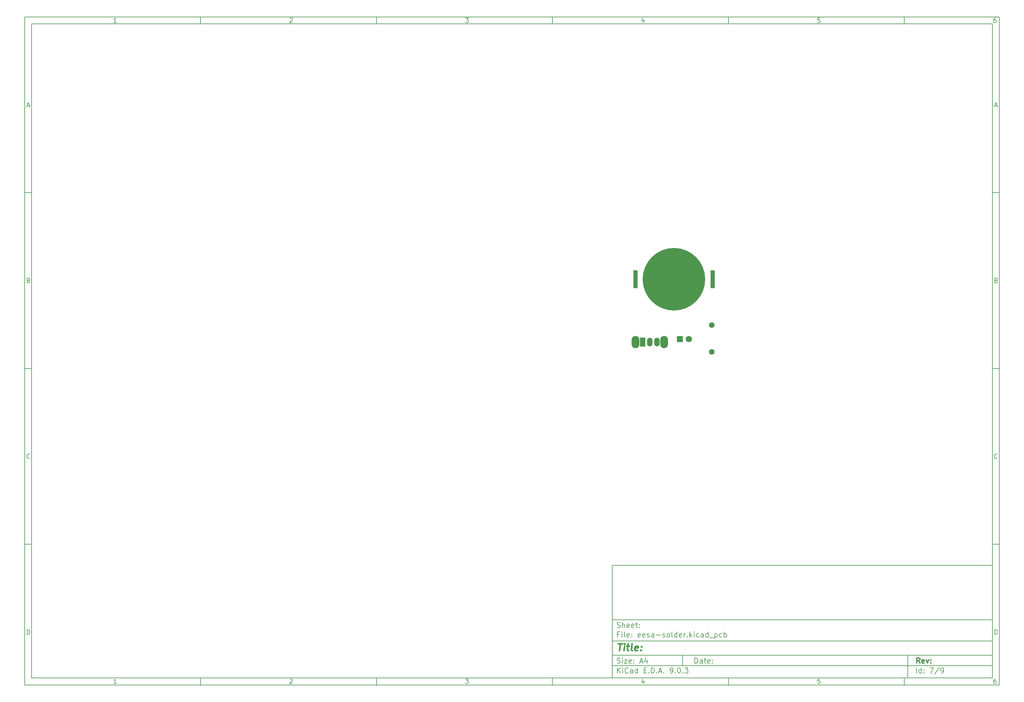
<source format=gbr>
%TF.GenerationSoftware,KiCad,Pcbnew,9.0.3*%
%TF.CreationDate,2025-07-28T16:08:30-05:00*%
%TF.ProjectId,eesa-solder,65657361-2d73-46f6-9c64-65722e6b6963,rev?*%
%TF.SameCoordinates,Original*%
%TF.FileFunction,Soldermask,Top*%
%TF.FilePolarity,Negative*%
%FSLAX46Y46*%
G04 Gerber Fmt 4.6, Leading zero omitted, Abs format (unit mm)*
G04 Created by KiCad (PCBNEW 9.0.3) date 2025-07-28 16:08:30*
%MOMM*%
%LPD*%
G01*
G04 APERTURE LIST*
%ADD10C,0.100000*%
%ADD11C,0.150000*%
%ADD12C,0.300000*%
%ADD13C,0.400000*%
%ADD14C,1.600000*%
%ADD15R,1.800000X1.800000*%
%ADD16C,1.800000*%
%ADD17O,2.200000X3.500000*%
%ADD18R,1.500000X2.500000*%
%ADD19O,1.500000X2.500000*%
%ADD20R,1.270000X5.080000*%
%ADD21C,17.800000*%
G04 APERTURE END LIST*
D10*
D11*
X177002200Y-166007200D02*
X285002200Y-166007200D01*
X285002200Y-198007200D01*
X177002200Y-198007200D01*
X177002200Y-166007200D01*
D10*
D11*
X10000000Y-10000000D02*
X287002200Y-10000000D01*
X287002200Y-200007200D01*
X10000000Y-200007200D01*
X10000000Y-10000000D01*
D10*
D11*
X12000000Y-12000000D02*
X285002200Y-12000000D01*
X285002200Y-198007200D01*
X12000000Y-198007200D01*
X12000000Y-12000000D01*
D10*
D11*
X60000000Y-12000000D02*
X60000000Y-10000000D01*
D10*
D11*
X110000000Y-12000000D02*
X110000000Y-10000000D01*
D10*
D11*
X160000000Y-12000000D02*
X160000000Y-10000000D01*
D10*
D11*
X210000000Y-12000000D02*
X210000000Y-10000000D01*
D10*
D11*
X260000000Y-12000000D02*
X260000000Y-10000000D01*
D10*
D11*
X36089160Y-11593604D02*
X35346303Y-11593604D01*
X35717731Y-11593604D02*
X35717731Y-10293604D01*
X35717731Y-10293604D02*
X35593922Y-10479319D01*
X35593922Y-10479319D02*
X35470112Y-10603128D01*
X35470112Y-10603128D02*
X35346303Y-10665033D01*
D10*
D11*
X85346303Y-10417414D02*
X85408207Y-10355509D01*
X85408207Y-10355509D02*
X85532017Y-10293604D01*
X85532017Y-10293604D02*
X85841541Y-10293604D01*
X85841541Y-10293604D02*
X85965350Y-10355509D01*
X85965350Y-10355509D02*
X86027255Y-10417414D01*
X86027255Y-10417414D02*
X86089160Y-10541223D01*
X86089160Y-10541223D02*
X86089160Y-10665033D01*
X86089160Y-10665033D02*
X86027255Y-10850747D01*
X86027255Y-10850747D02*
X85284398Y-11593604D01*
X85284398Y-11593604D02*
X86089160Y-11593604D01*
D10*
D11*
X135284398Y-10293604D02*
X136089160Y-10293604D01*
X136089160Y-10293604D02*
X135655826Y-10788842D01*
X135655826Y-10788842D02*
X135841541Y-10788842D01*
X135841541Y-10788842D02*
X135965350Y-10850747D01*
X135965350Y-10850747D02*
X136027255Y-10912652D01*
X136027255Y-10912652D02*
X136089160Y-11036461D01*
X136089160Y-11036461D02*
X136089160Y-11345985D01*
X136089160Y-11345985D02*
X136027255Y-11469795D01*
X136027255Y-11469795D02*
X135965350Y-11531700D01*
X135965350Y-11531700D02*
X135841541Y-11593604D01*
X135841541Y-11593604D02*
X135470112Y-11593604D01*
X135470112Y-11593604D02*
X135346303Y-11531700D01*
X135346303Y-11531700D02*
X135284398Y-11469795D01*
D10*
D11*
X185965350Y-10726938D02*
X185965350Y-11593604D01*
X185655826Y-10231700D02*
X185346303Y-11160271D01*
X185346303Y-11160271D02*
X186151064Y-11160271D01*
D10*
D11*
X236027255Y-10293604D02*
X235408207Y-10293604D01*
X235408207Y-10293604D02*
X235346303Y-10912652D01*
X235346303Y-10912652D02*
X235408207Y-10850747D01*
X235408207Y-10850747D02*
X235532017Y-10788842D01*
X235532017Y-10788842D02*
X235841541Y-10788842D01*
X235841541Y-10788842D02*
X235965350Y-10850747D01*
X235965350Y-10850747D02*
X236027255Y-10912652D01*
X236027255Y-10912652D02*
X236089160Y-11036461D01*
X236089160Y-11036461D02*
X236089160Y-11345985D01*
X236089160Y-11345985D02*
X236027255Y-11469795D01*
X236027255Y-11469795D02*
X235965350Y-11531700D01*
X235965350Y-11531700D02*
X235841541Y-11593604D01*
X235841541Y-11593604D02*
X235532017Y-11593604D01*
X235532017Y-11593604D02*
X235408207Y-11531700D01*
X235408207Y-11531700D02*
X235346303Y-11469795D01*
D10*
D11*
X285965350Y-10293604D02*
X285717731Y-10293604D01*
X285717731Y-10293604D02*
X285593922Y-10355509D01*
X285593922Y-10355509D02*
X285532017Y-10417414D01*
X285532017Y-10417414D02*
X285408207Y-10603128D01*
X285408207Y-10603128D02*
X285346303Y-10850747D01*
X285346303Y-10850747D02*
X285346303Y-11345985D01*
X285346303Y-11345985D02*
X285408207Y-11469795D01*
X285408207Y-11469795D02*
X285470112Y-11531700D01*
X285470112Y-11531700D02*
X285593922Y-11593604D01*
X285593922Y-11593604D02*
X285841541Y-11593604D01*
X285841541Y-11593604D02*
X285965350Y-11531700D01*
X285965350Y-11531700D02*
X286027255Y-11469795D01*
X286027255Y-11469795D02*
X286089160Y-11345985D01*
X286089160Y-11345985D02*
X286089160Y-11036461D01*
X286089160Y-11036461D02*
X286027255Y-10912652D01*
X286027255Y-10912652D02*
X285965350Y-10850747D01*
X285965350Y-10850747D02*
X285841541Y-10788842D01*
X285841541Y-10788842D02*
X285593922Y-10788842D01*
X285593922Y-10788842D02*
X285470112Y-10850747D01*
X285470112Y-10850747D02*
X285408207Y-10912652D01*
X285408207Y-10912652D02*
X285346303Y-11036461D01*
D10*
D11*
X60000000Y-198007200D02*
X60000000Y-200007200D01*
D10*
D11*
X110000000Y-198007200D02*
X110000000Y-200007200D01*
D10*
D11*
X160000000Y-198007200D02*
X160000000Y-200007200D01*
D10*
D11*
X210000000Y-198007200D02*
X210000000Y-200007200D01*
D10*
D11*
X260000000Y-198007200D02*
X260000000Y-200007200D01*
D10*
D11*
X36089160Y-199600804D02*
X35346303Y-199600804D01*
X35717731Y-199600804D02*
X35717731Y-198300804D01*
X35717731Y-198300804D02*
X35593922Y-198486519D01*
X35593922Y-198486519D02*
X35470112Y-198610328D01*
X35470112Y-198610328D02*
X35346303Y-198672233D01*
D10*
D11*
X85346303Y-198424614D02*
X85408207Y-198362709D01*
X85408207Y-198362709D02*
X85532017Y-198300804D01*
X85532017Y-198300804D02*
X85841541Y-198300804D01*
X85841541Y-198300804D02*
X85965350Y-198362709D01*
X85965350Y-198362709D02*
X86027255Y-198424614D01*
X86027255Y-198424614D02*
X86089160Y-198548423D01*
X86089160Y-198548423D02*
X86089160Y-198672233D01*
X86089160Y-198672233D02*
X86027255Y-198857947D01*
X86027255Y-198857947D02*
X85284398Y-199600804D01*
X85284398Y-199600804D02*
X86089160Y-199600804D01*
D10*
D11*
X135284398Y-198300804D02*
X136089160Y-198300804D01*
X136089160Y-198300804D02*
X135655826Y-198796042D01*
X135655826Y-198796042D02*
X135841541Y-198796042D01*
X135841541Y-198796042D02*
X135965350Y-198857947D01*
X135965350Y-198857947D02*
X136027255Y-198919852D01*
X136027255Y-198919852D02*
X136089160Y-199043661D01*
X136089160Y-199043661D02*
X136089160Y-199353185D01*
X136089160Y-199353185D02*
X136027255Y-199476995D01*
X136027255Y-199476995D02*
X135965350Y-199538900D01*
X135965350Y-199538900D02*
X135841541Y-199600804D01*
X135841541Y-199600804D02*
X135470112Y-199600804D01*
X135470112Y-199600804D02*
X135346303Y-199538900D01*
X135346303Y-199538900D02*
X135284398Y-199476995D01*
D10*
D11*
X185965350Y-198734138D02*
X185965350Y-199600804D01*
X185655826Y-198238900D02*
X185346303Y-199167471D01*
X185346303Y-199167471D02*
X186151064Y-199167471D01*
D10*
D11*
X236027255Y-198300804D02*
X235408207Y-198300804D01*
X235408207Y-198300804D02*
X235346303Y-198919852D01*
X235346303Y-198919852D02*
X235408207Y-198857947D01*
X235408207Y-198857947D02*
X235532017Y-198796042D01*
X235532017Y-198796042D02*
X235841541Y-198796042D01*
X235841541Y-198796042D02*
X235965350Y-198857947D01*
X235965350Y-198857947D02*
X236027255Y-198919852D01*
X236027255Y-198919852D02*
X236089160Y-199043661D01*
X236089160Y-199043661D02*
X236089160Y-199353185D01*
X236089160Y-199353185D02*
X236027255Y-199476995D01*
X236027255Y-199476995D02*
X235965350Y-199538900D01*
X235965350Y-199538900D02*
X235841541Y-199600804D01*
X235841541Y-199600804D02*
X235532017Y-199600804D01*
X235532017Y-199600804D02*
X235408207Y-199538900D01*
X235408207Y-199538900D02*
X235346303Y-199476995D01*
D10*
D11*
X285965350Y-198300804D02*
X285717731Y-198300804D01*
X285717731Y-198300804D02*
X285593922Y-198362709D01*
X285593922Y-198362709D02*
X285532017Y-198424614D01*
X285532017Y-198424614D02*
X285408207Y-198610328D01*
X285408207Y-198610328D02*
X285346303Y-198857947D01*
X285346303Y-198857947D02*
X285346303Y-199353185D01*
X285346303Y-199353185D02*
X285408207Y-199476995D01*
X285408207Y-199476995D02*
X285470112Y-199538900D01*
X285470112Y-199538900D02*
X285593922Y-199600804D01*
X285593922Y-199600804D02*
X285841541Y-199600804D01*
X285841541Y-199600804D02*
X285965350Y-199538900D01*
X285965350Y-199538900D02*
X286027255Y-199476995D01*
X286027255Y-199476995D02*
X286089160Y-199353185D01*
X286089160Y-199353185D02*
X286089160Y-199043661D01*
X286089160Y-199043661D02*
X286027255Y-198919852D01*
X286027255Y-198919852D02*
X285965350Y-198857947D01*
X285965350Y-198857947D02*
X285841541Y-198796042D01*
X285841541Y-198796042D02*
X285593922Y-198796042D01*
X285593922Y-198796042D02*
X285470112Y-198857947D01*
X285470112Y-198857947D02*
X285408207Y-198919852D01*
X285408207Y-198919852D02*
X285346303Y-199043661D01*
D10*
D11*
X10000000Y-60000000D02*
X12000000Y-60000000D01*
D10*
D11*
X10000000Y-110000000D02*
X12000000Y-110000000D01*
D10*
D11*
X10000000Y-160000000D02*
X12000000Y-160000000D01*
D10*
D11*
X10690476Y-35222176D02*
X11309523Y-35222176D01*
X10566666Y-35593604D02*
X10999999Y-34293604D01*
X10999999Y-34293604D02*
X11433333Y-35593604D01*
D10*
D11*
X11092857Y-84912652D02*
X11278571Y-84974557D01*
X11278571Y-84974557D02*
X11340476Y-85036461D01*
X11340476Y-85036461D02*
X11402380Y-85160271D01*
X11402380Y-85160271D02*
X11402380Y-85345985D01*
X11402380Y-85345985D02*
X11340476Y-85469795D01*
X11340476Y-85469795D02*
X11278571Y-85531700D01*
X11278571Y-85531700D02*
X11154761Y-85593604D01*
X11154761Y-85593604D02*
X10659523Y-85593604D01*
X10659523Y-85593604D02*
X10659523Y-84293604D01*
X10659523Y-84293604D02*
X11092857Y-84293604D01*
X11092857Y-84293604D02*
X11216666Y-84355509D01*
X11216666Y-84355509D02*
X11278571Y-84417414D01*
X11278571Y-84417414D02*
X11340476Y-84541223D01*
X11340476Y-84541223D02*
X11340476Y-84665033D01*
X11340476Y-84665033D02*
X11278571Y-84788842D01*
X11278571Y-84788842D02*
X11216666Y-84850747D01*
X11216666Y-84850747D02*
X11092857Y-84912652D01*
X11092857Y-84912652D02*
X10659523Y-84912652D01*
D10*
D11*
X11402380Y-135469795D02*
X11340476Y-135531700D01*
X11340476Y-135531700D02*
X11154761Y-135593604D01*
X11154761Y-135593604D02*
X11030952Y-135593604D01*
X11030952Y-135593604D02*
X10845238Y-135531700D01*
X10845238Y-135531700D02*
X10721428Y-135407890D01*
X10721428Y-135407890D02*
X10659523Y-135284080D01*
X10659523Y-135284080D02*
X10597619Y-135036461D01*
X10597619Y-135036461D02*
X10597619Y-134850747D01*
X10597619Y-134850747D02*
X10659523Y-134603128D01*
X10659523Y-134603128D02*
X10721428Y-134479319D01*
X10721428Y-134479319D02*
X10845238Y-134355509D01*
X10845238Y-134355509D02*
X11030952Y-134293604D01*
X11030952Y-134293604D02*
X11154761Y-134293604D01*
X11154761Y-134293604D02*
X11340476Y-134355509D01*
X11340476Y-134355509D02*
X11402380Y-134417414D01*
D10*
D11*
X10659523Y-185593604D02*
X10659523Y-184293604D01*
X10659523Y-184293604D02*
X10969047Y-184293604D01*
X10969047Y-184293604D02*
X11154761Y-184355509D01*
X11154761Y-184355509D02*
X11278571Y-184479319D01*
X11278571Y-184479319D02*
X11340476Y-184603128D01*
X11340476Y-184603128D02*
X11402380Y-184850747D01*
X11402380Y-184850747D02*
X11402380Y-185036461D01*
X11402380Y-185036461D02*
X11340476Y-185284080D01*
X11340476Y-185284080D02*
X11278571Y-185407890D01*
X11278571Y-185407890D02*
X11154761Y-185531700D01*
X11154761Y-185531700D02*
X10969047Y-185593604D01*
X10969047Y-185593604D02*
X10659523Y-185593604D01*
D10*
D11*
X287002200Y-60000000D02*
X285002200Y-60000000D01*
D10*
D11*
X287002200Y-110000000D02*
X285002200Y-110000000D01*
D10*
D11*
X287002200Y-160000000D02*
X285002200Y-160000000D01*
D10*
D11*
X285692676Y-35222176D02*
X286311723Y-35222176D01*
X285568866Y-35593604D02*
X286002199Y-34293604D01*
X286002199Y-34293604D02*
X286435533Y-35593604D01*
D10*
D11*
X286095057Y-84912652D02*
X286280771Y-84974557D01*
X286280771Y-84974557D02*
X286342676Y-85036461D01*
X286342676Y-85036461D02*
X286404580Y-85160271D01*
X286404580Y-85160271D02*
X286404580Y-85345985D01*
X286404580Y-85345985D02*
X286342676Y-85469795D01*
X286342676Y-85469795D02*
X286280771Y-85531700D01*
X286280771Y-85531700D02*
X286156961Y-85593604D01*
X286156961Y-85593604D02*
X285661723Y-85593604D01*
X285661723Y-85593604D02*
X285661723Y-84293604D01*
X285661723Y-84293604D02*
X286095057Y-84293604D01*
X286095057Y-84293604D02*
X286218866Y-84355509D01*
X286218866Y-84355509D02*
X286280771Y-84417414D01*
X286280771Y-84417414D02*
X286342676Y-84541223D01*
X286342676Y-84541223D02*
X286342676Y-84665033D01*
X286342676Y-84665033D02*
X286280771Y-84788842D01*
X286280771Y-84788842D02*
X286218866Y-84850747D01*
X286218866Y-84850747D02*
X286095057Y-84912652D01*
X286095057Y-84912652D02*
X285661723Y-84912652D01*
D10*
D11*
X286404580Y-135469795D02*
X286342676Y-135531700D01*
X286342676Y-135531700D02*
X286156961Y-135593604D01*
X286156961Y-135593604D02*
X286033152Y-135593604D01*
X286033152Y-135593604D02*
X285847438Y-135531700D01*
X285847438Y-135531700D02*
X285723628Y-135407890D01*
X285723628Y-135407890D02*
X285661723Y-135284080D01*
X285661723Y-135284080D02*
X285599819Y-135036461D01*
X285599819Y-135036461D02*
X285599819Y-134850747D01*
X285599819Y-134850747D02*
X285661723Y-134603128D01*
X285661723Y-134603128D02*
X285723628Y-134479319D01*
X285723628Y-134479319D02*
X285847438Y-134355509D01*
X285847438Y-134355509D02*
X286033152Y-134293604D01*
X286033152Y-134293604D02*
X286156961Y-134293604D01*
X286156961Y-134293604D02*
X286342676Y-134355509D01*
X286342676Y-134355509D02*
X286404580Y-134417414D01*
D10*
D11*
X285661723Y-185593604D02*
X285661723Y-184293604D01*
X285661723Y-184293604D02*
X285971247Y-184293604D01*
X285971247Y-184293604D02*
X286156961Y-184355509D01*
X286156961Y-184355509D02*
X286280771Y-184479319D01*
X286280771Y-184479319D02*
X286342676Y-184603128D01*
X286342676Y-184603128D02*
X286404580Y-184850747D01*
X286404580Y-184850747D02*
X286404580Y-185036461D01*
X286404580Y-185036461D02*
X286342676Y-185284080D01*
X286342676Y-185284080D02*
X286280771Y-185407890D01*
X286280771Y-185407890D02*
X286156961Y-185531700D01*
X286156961Y-185531700D02*
X285971247Y-185593604D01*
X285971247Y-185593604D02*
X285661723Y-185593604D01*
D10*
D11*
X200458026Y-193793328D02*
X200458026Y-192293328D01*
X200458026Y-192293328D02*
X200815169Y-192293328D01*
X200815169Y-192293328D02*
X201029455Y-192364757D01*
X201029455Y-192364757D02*
X201172312Y-192507614D01*
X201172312Y-192507614D02*
X201243741Y-192650471D01*
X201243741Y-192650471D02*
X201315169Y-192936185D01*
X201315169Y-192936185D02*
X201315169Y-193150471D01*
X201315169Y-193150471D02*
X201243741Y-193436185D01*
X201243741Y-193436185D02*
X201172312Y-193579042D01*
X201172312Y-193579042D02*
X201029455Y-193721900D01*
X201029455Y-193721900D02*
X200815169Y-193793328D01*
X200815169Y-193793328D02*
X200458026Y-193793328D01*
X202600884Y-193793328D02*
X202600884Y-193007614D01*
X202600884Y-193007614D02*
X202529455Y-192864757D01*
X202529455Y-192864757D02*
X202386598Y-192793328D01*
X202386598Y-192793328D02*
X202100884Y-192793328D01*
X202100884Y-192793328D02*
X201958026Y-192864757D01*
X202600884Y-193721900D02*
X202458026Y-193793328D01*
X202458026Y-193793328D02*
X202100884Y-193793328D01*
X202100884Y-193793328D02*
X201958026Y-193721900D01*
X201958026Y-193721900D02*
X201886598Y-193579042D01*
X201886598Y-193579042D02*
X201886598Y-193436185D01*
X201886598Y-193436185D02*
X201958026Y-193293328D01*
X201958026Y-193293328D02*
X202100884Y-193221900D01*
X202100884Y-193221900D02*
X202458026Y-193221900D01*
X202458026Y-193221900D02*
X202600884Y-193150471D01*
X203100884Y-192793328D02*
X203672312Y-192793328D01*
X203315169Y-192293328D02*
X203315169Y-193579042D01*
X203315169Y-193579042D02*
X203386598Y-193721900D01*
X203386598Y-193721900D02*
X203529455Y-193793328D01*
X203529455Y-193793328D02*
X203672312Y-193793328D01*
X204743741Y-193721900D02*
X204600884Y-193793328D01*
X204600884Y-193793328D02*
X204315170Y-193793328D01*
X204315170Y-193793328D02*
X204172312Y-193721900D01*
X204172312Y-193721900D02*
X204100884Y-193579042D01*
X204100884Y-193579042D02*
X204100884Y-193007614D01*
X204100884Y-193007614D02*
X204172312Y-192864757D01*
X204172312Y-192864757D02*
X204315170Y-192793328D01*
X204315170Y-192793328D02*
X204600884Y-192793328D01*
X204600884Y-192793328D02*
X204743741Y-192864757D01*
X204743741Y-192864757D02*
X204815170Y-193007614D01*
X204815170Y-193007614D02*
X204815170Y-193150471D01*
X204815170Y-193150471D02*
X204100884Y-193293328D01*
X205458026Y-193650471D02*
X205529455Y-193721900D01*
X205529455Y-193721900D02*
X205458026Y-193793328D01*
X205458026Y-193793328D02*
X205386598Y-193721900D01*
X205386598Y-193721900D02*
X205458026Y-193650471D01*
X205458026Y-193650471D02*
X205458026Y-193793328D01*
X205458026Y-192864757D02*
X205529455Y-192936185D01*
X205529455Y-192936185D02*
X205458026Y-193007614D01*
X205458026Y-193007614D02*
X205386598Y-192936185D01*
X205386598Y-192936185D02*
X205458026Y-192864757D01*
X205458026Y-192864757D02*
X205458026Y-193007614D01*
D10*
D11*
X177002200Y-194507200D02*
X285002200Y-194507200D01*
D10*
D11*
X178458026Y-196593328D02*
X178458026Y-195093328D01*
X179315169Y-196593328D02*
X178672312Y-195736185D01*
X179315169Y-195093328D02*
X178458026Y-195950471D01*
X179958026Y-196593328D02*
X179958026Y-195593328D01*
X179958026Y-195093328D02*
X179886598Y-195164757D01*
X179886598Y-195164757D02*
X179958026Y-195236185D01*
X179958026Y-195236185D02*
X180029455Y-195164757D01*
X180029455Y-195164757D02*
X179958026Y-195093328D01*
X179958026Y-195093328D02*
X179958026Y-195236185D01*
X181529455Y-196450471D02*
X181458027Y-196521900D01*
X181458027Y-196521900D02*
X181243741Y-196593328D01*
X181243741Y-196593328D02*
X181100884Y-196593328D01*
X181100884Y-196593328D02*
X180886598Y-196521900D01*
X180886598Y-196521900D02*
X180743741Y-196379042D01*
X180743741Y-196379042D02*
X180672312Y-196236185D01*
X180672312Y-196236185D02*
X180600884Y-195950471D01*
X180600884Y-195950471D02*
X180600884Y-195736185D01*
X180600884Y-195736185D02*
X180672312Y-195450471D01*
X180672312Y-195450471D02*
X180743741Y-195307614D01*
X180743741Y-195307614D02*
X180886598Y-195164757D01*
X180886598Y-195164757D02*
X181100884Y-195093328D01*
X181100884Y-195093328D02*
X181243741Y-195093328D01*
X181243741Y-195093328D02*
X181458027Y-195164757D01*
X181458027Y-195164757D02*
X181529455Y-195236185D01*
X182815170Y-196593328D02*
X182815170Y-195807614D01*
X182815170Y-195807614D02*
X182743741Y-195664757D01*
X182743741Y-195664757D02*
X182600884Y-195593328D01*
X182600884Y-195593328D02*
X182315170Y-195593328D01*
X182315170Y-195593328D02*
X182172312Y-195664757D01*
X182815170Y-196521900D02*
X182672312Y-196593328D01*
X182672312Y-196593328D02*
X182315170Y-196593328D01*
X182315170Y-196593328D02*
X182172312Y-196521900D01*
X182172312Y-196521900D02*
X182100884Y-196379042D01*
X182100884Y-196379042D02*
X182100884Y-196236185D01*
X182100884Y-196236185D02*
X182172312Y-196093328D01*
X182172312Y-196093328D02*
X182315170Y-196021900D01*
X182315170Y-196021900D02*
X182672312Y-196021900D01*
X182672312Y-196021900D02*
X182815170Y-195950471D01*
X184172313Y-196593328D02*
X184172313Y-195093328D01*
X184172313Y-196521900D02*
X184029455Y-196593328D01*
X184029455Y-196593328D02*
X183743741Y-196593328D01*
X183743741Y-196593328D02*
X183600884Y-196521900D01*
X183600884Y-196521900D02*
X183529455Y-196450471D01*
X183529455Y-196450471D02*
X183458027Y-196307614D01*
X183458027Y-196307614D02*
X183458027Y-195879042D01*
X183458027Y-195879042D02*
X183529455Y-195736185D01*
X183529455Y-195736185D02*
X183600884Y-195664757D01*
X183600884Y-195664757D02*
X183743741Y-195593328D01*
X183743741Y-195593328D02*
X184029455Y-195593328D01*
X184029455Y-195593328D02*
X184172313Y-195664757D01*
X186029455Y-195807614D02*
X186529455Y-195807614D01*
X186743741Y-196593328D02*
X186029455Y-196593328D01*
X186029455Y-196593328D02*
X186029455Y-195093328D01*
X186029455Y-195093328D02*
X186743741Y-195093328D01*
X187386598Y-196450471D02*
X187458027Y-196521900D01*
X187458027Y-196521900D02*
X187386598Y-196593328D01*
X187386598Y-196593328D02*
X187315170Y-196521900D01*
X187315170Y-196521900D02*
X187386598Y-196450471D01*
X187386598Y-196450471D02*
X187386598Y-196593328D01*
X188100884Y-196593328D02*
X188100884Y-195093328D01*
X188100884Y-195093328D02*
X188458027Y-195093328D01*
X188458027Y-195093328D02*
X188672313Y-195164757D01*
X188672313Y-195164757D02*
X188815170Y-195307614D01*
X188815170Y-195307614D02*
X188886599Y-195450471D01*
X188886599Y-195450471D02*
X188958027Y-195736185D01*
X188958027Y-195736185D02*
X188958027Y-195950471D01*
X188958027Y-195950471D02*
X188886599Y-196236185D01*
X188886599Y-196236185D02*
X188815170Y-196379042D01*
X188815170Y-196379042D02*
X188672313Y-196521900D01*
X188672313Y-196521900D02*
X188458027Y-196593328D01*
X188458027Y-196593328D02*
X188100884Y-196593328D01*
X189600884Y-196450471D02*
X189672313Y-196521900D01*
X189672313Y-196521900D02*
X189600884Y-196593328D01*
X189600884Y-196593328D02*
X189529456Y-196521900D01*
X189529456Y-196521900D02*
X189600884Y-196450471D01*
X189600884Y-196450471D02*
X189600884Y-196593328D01*
X190243742Y-196164757D02*
X190958028Y-196164757D01*
X190100885Y-196593328D02*
X190600885Y-195093328D01*
X190600885Y-195093328D02*
X191100885Y-196593328D01*
X191600884Y-196450471D02*
X191672313Y-196521900D01*
X191672313Y-196521900D02*
X191600884Y-196593328D01*
X191600884Y-196593328D02*
X191529456Y-196521900D01*
X191529456Y-196521900D02*
X191600884Y-196450471D01*
X191600884Y-196450471D02*
X191600884Y-196593328D01*
X193529456Y-196593328D02*
X193815170Y-196593328D01*
X193815170Y-196593328D02*
X193958027Y-196521900D01*
X193958027Y-196521900D02*
X194029456Y-196450471D01*
X194029456Y-196450471D02*
X194172313Y-196236185D01*
X194172313Y-196236185D02*
X194243742Y-195950471D01*
X194243742Y-195950471D02*
X194243742Y-195379042D01*
X194243742Y-195379042D02*
X194172313Y-195236185D01*
X194172313Y-195236185D02*
X194100885Y-195164757D01*
X194100885Y-195164757D02*
X193958027Y-195093328D01*
X193958027Y-195093328D02*
X193672313Y-195093328D01*
X193672313Y-195093328D02*
X193529456Y-195164757D01*
X193529456Y-195164757D02*
X193458027Y-195236185D01*
X193458027Y-195236185D02*
X193386599Y-195379042D01*
X193386599Y-195379042D02*
X193386599Y-195736185D01*
X193386599Y-195736185D02*
X193458027Y-195879042D01*
X193458027Y-195879042D02*
X193529456Y-195950471D01*
X193529456Y-195950471D02*
X193672313Y-196021900D01*
X193672313Y-196021900D02*
X193958027Y-196021900D01*
X193958027Y-196021900D02*
X194100885Y-195950471D01*
X194100885Y-195950471D02*
X194172313Y-195879042D01*
X194172313Y-195879042D02*
X194243742Y-195736185D01*
X194886598Y-196450471D02*
X194958027Y-196521900D01*
X194958027Y-196521900D02*
X194886598Y-196593328D01*
X194886598Y-196593328D02*
X194815170Y-196521900D01*
X194815170Y-196521900D02*
X194886598Y-196450471D01*
X194886598Y-196450471D02*
X194886598Y-196593328D01*
X195886599Y-195093328D02*
X196029456Y-195093328D01*
X196029456Y-195093328D02*
X196172313Y-195164757D01*
X196172313Y-195164757D02*
X196243742Y-195236185D01*
X196243742Y-195236185D02*
X196315170Y-195379042D01*
X196315170Y-195379042D02*
X196386599Y-195664757D01*
X196386599Y-195664757D02*
X196386599Y-196021900D01*
X196386599Y-196021900D02*
X196315170Y-196307614D01*
X196315170Y-196307614D02*
X196243742Y-196450471D01*
X196243742Y-196450471D02*
X196172313Y-196521900D01*
X196172313Y-196521900D02*
X196029456Y-196593328D01*
X196029456Y-196593328D02*
X195886599Y-196593328D01*
X195886599Y-196593328D02*
X195743742Y-196521900D01*
X195743742Y-196521900D02*
X195672313Y-196450471D01*
X195672313Y-196450471D02*
X195600884Y-196307614D01*
X195600884Y-196307614D02*
X195529456Y-196021900D01*
X195529456Y-196021900D02*
X195529456Y-195664757D01*
X195529456Y-195664757D02*
X195600884Y-195379042D01*
X195600884Y-195379042D02*
X195672313Y-195236185D01*
X195672313Y-195236185D02*
X195743742Y-195164757D01*
X195743742Y-195164757D02*
X195886599Y-195093328D01*
X197029455Y-196450471D02*
X197100884Y-196521900D01*
X197100884Y-196521900D02*
X197029455Y-196593328D01*
X197029455Y-196593328D02*
X196958027Y-196521900D01*
X196958027Y-196521900D02*
X197029455Y-196450471D01*
X197029455Y-196450471D02*
X197029455Y-196593328D01*
X197600884Y-195093328D02*
X198529456Y-195093328D01*
X198529456Y-195093328D02*
X198029456Y-195664757D01*
X198029456Y-195664757D02*
X198243741Y-195664757D01*
X198243741Y-195664757D02*
X198386599Y-195736185D01*
X198386599Y-195736185D02*
X198458027Y-195807614D01*
X198458027Y-195807614D02*
X198529456Y-195950471D01*
X198529456Y-195950471D02*
X198529456Y-196307614D01*
X198529456Y-196307614D02*
X198458027Y-196450471D01*
X198458027Y-196450471D02*
X198386599Y-196521900D01*
X198386599Y-196521900D02*
X198243741Y-196593328D01*
X198243741Y-196593328D02*
X197815170Y-196593328D01*
X197815170Y-196593328D02*
X197672313Y-196521900D01*
X197672313Y-196521900D02*
X197600884Y-196450471D01*
D10*
D11*
X177002200Y-191507200D02*
X285002200Y-191507200D01*
D10*
D12*
X264413853Y-193785528D02*
X263913853Y-193071242D01*
X263556710Y-193785528D02*
X263556710Y-192285528D01*
X263556710Y-192285528D02*
X264128139Y-192285528D01*
X264128139Y-192285528D02*
X264270996Y-192356957D01*
X264270996Y-192356957D02*
X264342425Y-192428385D01*
X264342425Y-192428385D02*
X264413853Y-192571242D01*
X264413853Y-192571242D02*
X264413853Y-192785528D01*
X264413853Y-192785528D02*
X264342425Y-192928385D01*
X264342425Y-192928385D02*
X264270996Y-192999814D01*
X264270996Y-192999814D02*
X264128139Y-193071242D01*
X264128139Y-193071242D02*
X263556710Y-193071242D01*
X265628139Y-193714100D02*
X265485282Y-193785528D01*
X265485282Y-193785528D02*
X265199568Y-193785528D01*
X265199568Y-193785528D02*
X265056710Y-193714100D01*
X265056710Y-193714100D02*
X264985282Y-193571242D01*
X264985282Y-193571242D02*
X264985282Y-192999814D01*
X264985282Y-192999814D02*
X265056710Y-192856957D01*
X265056710Y-192856957D02*
X265199568Y-192785528D01*
X265199568Y-192785528D02*
X265485282Y-192785528D01*
X265485282Y-192785528D02*
X265628139Y-192856957D01*
X265628139Y-192856957D02*
X265699568Y-192999814D01*
X265699568Y-192999814D02*
X265699568Y-193142671D01*
X265699568Y-193142671D02*
X264985282Y-193285528D01*
X266199567Y-192785528D02*
X266556710Y-193785528D01*
X266556710Y-193785528D02*
X266913853Y-192785528D01*
X267485281Y-193642671D02*
X267556710Y-193714100D01*
X267556710Y-193714100D02*
X267485281Y-193785528D01*
X267485281Y-193785528D02*
X267413853Y-193714100D01*
X267413853Y-193714100D02*
X267485281Y-193642671D01*
X267485281Y-193642671D02*
X267485281Y-193785528D01*
X267485281Y-192856957D02*
X267556710Y-192928385D01*
X267556710Y-192928385D02*
X267485281Y-192999814D01*
X267485281Y-192999814D02*
X267413853Y-192928385D01*
X267413853Y-192928385D02*
X267485281Y-192856957D01*
X267485281Y-192856957D02*
X267485281Y-192999814D01*
D10*
D11*
X178386598Y-193721900D02*
X178600884Y-193793328D01*
X178600884Y-193793328D02*
X178958026Y-193793328D01*
X178958026Y-193793328D02*
X179100884Y-193721900D01*
X179100884Y-193721900D02*
X179172312Y-193650471D01*
X179172312Y-193650471D02*
X179243741Y-193507614D01*
X179243741Y-193507614D02*
X179243741Y-193364757D01*
X179243741Y-193364757D02*
X179172312Y-193221900D01*
X179172312Y-193221900D02*
X179100884Y-193150471D01*
X179100884Y-193150471D02*
X178958026Y-193079042D01*
X178958026Y-193079042D02*
X178672312Y-193007614D01*
X178672312Y-193007614D02*
X178529455Y-192936185D01*
X178529455Y-192936185D02*
X178458026Y-192864757D01*
X178458026Y-192864757D02*
X178386598Y-192721900D01*
X178386598Y-192721900D02*
X178386598Y-192579042D01*
X178386598Y-192579042D02*
X178458026Y-192436185D01*
X178458026Y-192436185D02*
X178529455Y-192364757D01*
X178529455Y-192364757D02*
X178672312Y-192293328D01*
X178672312Y-192293328D02*
X179029455Y-192293328D01*
X179029455Y-192293328D02*
X179243741Y-192364757D01*
X179886597Y-193793328D02*
X179886597Y-192793328D01*
X179886597Y-192293328D02*
X179815169Y-192364757D01*
X179815169Y-192364757D02*
X179886597Y-192436185D01*
X179886597Y-192436185D02*
X179958026Y-192364757D01*
X179958026Y-192364757D02*
X179886597Y-192293328D01*
X179886597Y-192293328D02*
X179886597Y-192436185D01*
X180458026Y-192793328D02*
X181243741Y-192793328D01*
X181243741Y-192793328D02*
X180458026Y-193793328D01*
X180458026Y-193793328D02*
X181243741Y-193793328D01*
X182386598Y-193721900D02*
X182243741Y-193793328D01*
X182243741Y-193793328D02*
X181958027Y-193793328D01*
X181958027Y-193793328D02*
X181815169Y-193721900D01*
X181815169Y-193721900D02*
X181743741Y-193579042D01*
X181743741Y-193579042D02*
X181743741Y-193007614D01*
X181743741Y-193007614D02*
X181815169Y-192864757D01*
X181815169Y-192864757D02*
X181958027Y-192793328D01*
X181958027Y-192793328D02*
X182243741Y-192793328D01*
X182243741Y-192793328D02*
X182386598Y-192864757D01*
X182386598Y-192864757D02*
X182458027Y-193007614D01*
X182458027Y-193007614D02*
X182458027Y-193150471D01*
X182458027Y-193150471D02*
X181743741Y-193293328D01*
X183100883Y-193650471D02*
X183172312Y-193721900D01*
X183172312Y-193721900D02*
X183100883Y-193793328D01*
X183100883Y-193793328D02*
X183029455Y-193721900D01*
X183029455Y-193721900D02*
X183100883Y-193650471D01*
X183100883Y-193650471D02*
X183100883Y-193793328D01*
X183100883Y-192864757D02*
X183172312Y-192936185D01*
X183172312Y-192936185D02*
X183100883Y-193007614D01*
X183100883Y-193007614D02*
X183029455Y-192936185D01*
X183029455Y-192936185D02*
X183100883Y-192864757D01*
X183100883Y-192864757D02*
X183100883Y-193007614D01*
X184886598Y-193364757D02*
X185600884Y-193364757D01*
X184743741Y-193793328D02*
X185243741Y-192293328D01*
X185243741Y-192293328D02*
X185743741Y-193793328D01*
X186886598Y-192793328D02*
X186886598Y-193793328D01*
X186529455Y-192221900D02*
X186172312Y-193293328D01*
X186172312Y-193293328D02*
X187100883Y-193293328D01*
D10*
D11*
X263458026Y-196593328D02*
X263458026Y-195093328D01*
X264815170Y-196593328D02*
X264815170Y-195093328D01*
X264815170Y-196521900D02*
X264672312Y-196593328D01*
X264672312Y-196593328D02*
X264386598Y-196593328D01*
X264386598Y-196593328D02*
X264243741Y-196521900D01*
X264243741Y-196521900D02*
X264172312Y-196450471D01*
X264172312Y-196450471D02*
X264100884Y-196307614D01*
X264100884Y-196307614D02*
X264100884Y-195879042D01*
X264100884Y-195879042D02*
X264172312Y-195736185D01*
X264172312Y-195736185D02*
X264243741Y-195664757D01*
X264243741Y-195664757D02*
X264386598Y-195593328D01*
X264386598Y-195593328D02*
X264672312Y-195593328D01*
X264672312Y-195593328D02*
X264815170Y-195664757D01*
X265529455Y-196450471D02*
X265600884Y-196521900D01*
X265600884Y-196521900D02*
X265529455Y-196593328D01*
X265529455Y-196593328D02*
X265458027Y-196521900D01*
X265458027Y-196521900D02*
X265529455Y-196450471D01*
X265529455Y-196450471D02*
X265529455Y-196593328D01*
X265529455Y-195664757D02*
X265600884Y-195736185D01*
X265600884Y-195736185D02*
X265529455Y-195807614D01*
X265529455Y-195807614D02*
X265458027Y-195736185D01*
X265458027Y-195736185D02*
X265529455Y-195664757D01*
X265529455Y-195664757D02*
X265529455Y-195807614D01*
X267243741Y-195093328D02*
X268243741Y-195093328D01*
X268243741Y-195093328D02*
X267600884Y-196593328D01*
X269886598Y-195021900D02*
X268600884Y-196950471D01*
X270458027Y-196593328D02*
X270743741Y-196593328D01*
X270743741Y-196593328D02*
X270886598Y-196521900D01*
X270886598Y-196521900D02*
X270958027Y-196450471D01*
X270958027Y-196450471D02*
X271100884Y-196236185D01*
X271100884Y-196236185D02*
X271172313Y-195950471D01*
X271172313Y-195950471D02*
X271172313Y-195379042D01*
X271172313Y-195379042D02*
X271100884Y-195236185D01*
X271100884Y-195236185D02*
X271029456Y-195164757D01*
X271029456Y-195164757D02*
X270886598Y-195093328D01*
X270886598Y-195093328D02*
X270600884Y-195093328D01*
X270600884Y-195093328D02*
X270458027Y-195164757D01*
X270458027Y-195164757D02*
X270386598Y-195236185D01*
X270386598Y-195236185D02*
X270315170Y-195379042D01*
X270315170Y-195379042D02*
X270315170Y-195736185D01*
X270315170Y-195736185D02*
X270386598Y-195879042D01*
X270386598Y-195879042D02*
X270458027Y-195950471D01*
X270458027Y-195950471D02*
X270600884Y-196021900D01*
X270600884Y-196021900D02*
X270886598Y-196021900D01*
X270886598Y-196021900D02*
X271029456Y-195950471D01*
X271029456Y-195950471D02*
X271100884Y-195879042D01*
X271100884Y-195879042D02*
X271172313Y-195736185D01*
D10*
D11*
X177002200Y-187507200D02*
X285002200Y-187507200D01*
D10*
D13*
X178693928Y-188211638D02*
X179836785Y-188211638D01*
X179015357Y-190211638D02*
X179265357Y-188211638D01*
X180253452Y-190211638D02*
X180420119Y-188878304D01*
X180503452Y-188211638D02*
X180396309Y-188306876D01*
X180396309Y-188306876D02*
X180479643Y-188402114D01*
X180479643Y-188402114D02*
X180586786Y-188306876D01*
X180586786Y-188306876D02*
X180503452Y-188211638D01*
X180503452Y-188211638D02*
X180479643Y-188402114D01*
X181086786Y-188878304D02*
X181848690Y-188878304D01*
X181455833Y-188211638D02*
X181241548Y-189925923D01*
X181241548Y-189925923D02*
X181312976Y-190116400D01*
X181312976Y-190116400D02*
X181491548Y-190211638D01*
X181491548Y-190211638D02*
X181682024Y-190211638D01*
X182634405Y-190211638D02*
X182455833Y-190116400D01*
X182455833Y-190116400D02*
X182384405Y-189925923D01*
X182384405Y-189925923D02*
X182598690Y-188211638D01*
X184170119Y-190116400D02*
X183967738Y-190211638D01*
X183967738Y-190211638D02*
X183586785Y-190211638D01*
X183586785Y-190211638D02*
X183408214Y-190116400D01*
X183408214Y-190116400D02*
X183336785Y-189925923D01*
X183336785Y-189925923D02*
X183432024Y-189164019D01*
X183432024Y-189164019D02*
X183551071Y-188973542D01*
X183551071Y-188973542D02*
X183753452Y-188878304D01*
X183753452Y-188878304D02*
X184134404Y-188878304D01*
X184134404Y-188878304D02*
X184312976Y-188973542D01*
X184312976Y-188973542D02*
X184384404Y-189164019D01*
X184384404Y-189164019D02*
X184360595Y-189354495D01*
X184360595Y-189354495D02*
X183384404Y-189544971D01*
X185134405Y-190021161D02*
X185217738Y-190116400D01*
X185217738Y-190116400D02*
X185110595Y-190211638D01*
X185110595Y-190211638D02*
X185027262Y-190116400D01*
X185027262Y-190116400D02*
X185134405Y-190021161D01*
X185134405Y-190021161D02*
X185110595Y-190211638D01*
X185265357Y-188973542D02*
X185348690Y-189068780D01*
X185348690Y-189068780D02*
X185241548Y-189164019D01*
X185241548Y-189164019D02*
X185158214Y-189068780D01*
X185158214Y-189068780D02*
X185265357Y-188973542D01*
X185265357Y-188973542D02*
X185241548Y-189164019D01*
D10*
D11*
X178958026Y-185607614D02*
X178458026Y-185607614D01*
X178458026Y-186393328D02*
X178458026Y-184893328D01*
X178458026Y-184893328D02*
X179172312Y-184893328D01*
X179743740Y-186393328D02*
X179743740Y-185393328D01*
X179743740Y-184893328D02*
X179672312Y-184964757D01*
X179672312Y-184964757D02*
X179743740Y-185036185D01*
X179743740Y-185036185D02*
X179815169Y-184964757D01*
X179815169Y-184964757D02*
X179743740Y-184893328D01*
X179743740Y-184893328D02*
X179743740Y-185036185D01*
X180672312Y-186393328D02*
X180529455Y-186321900D01*
X180529455Y-186321900D02*
X180458026Y-186179042D01*
X180458026Y-186179042D02*
X180458026Y-184893328D01*
X181815169Y-186321900D02*
X181672312Y-186393328D01*
X181672312Y-186393328D02*
X181386598Y-186393328D01*
X181386598Y-186393328D02*
X181243740Y-186321900D01*
X181243740Y-186321900D02*
X181172312Y-186179042D01*
X181172312Y-186179042D02*
X181172312Y-185607614D01*
X181172312Y-185607614D02*
X181243740Y-185464757D01*
X181243740Y-185464757D02*
X181386598Y-185393328D01*
X181386598Y-185393328D02*
X181672312Y-185393328D01*
X181672312Y-185393328D02*
X181815169Y-185464757D01*
X181815169Y-185464757D02*
X181886598Y-185607614D01*
X181886598Y-185607614D02*
X181886598Y-185750471D01*
X181886598Y-185750471D02*
X181172312Y-185893328D01*
X182529454Y-186250471D02*
X182600883Y-186321900D01*
X182600883Y-186321900D02*
X182529454Y-186393328D01*
X182529454Y-186393328D02*
X182458026Y-186321900D01*
X182458026Y-186321900D02*
X182529454Y-186250471D01*
X182529454Y-186250471D02*
X182529454Y-186393328D01*
X182529454Y-185464757D02*
X182600883Y-185536185D01*
X182600883Y-185536185D02*
X182529454Y-185607614D01*
X182529454Y-185607614D02*
X182458026Y-185536185D01*
X182458026Y-185536185D02*
X182529454Y-185464757D01*
X182529454Y-185464757D02*
X182529454Y-185607614D01*
X184958026Y-186321900D02*
X184815169Y-186393328D01*
X184815169Y-186393328D02*
X184529455Y-186393328D01*
X184529455Y-186393328D02*
X184386597Y-186321900D01*
X184386597Y-186321900D02*
X184315169Y-186179042D01*
X184315169Y-186179042D02*
X184315169Y-185607614D01*
X184315169Y-185607614D02*
X184386597Y-185464757D01*
X184386597Y-185464757D02*
X184529455Y-185393328D01*
X184529455Y-185393328D02*
X184815169Y-185393328D01*
X184815169Y-185393328D02*
X184958026Y-185464757D01*
X184958026Y-185464757D02*
X185029455Y-185607614D01*
X185029455Y-185607614D02*
X185029455Y-185750471D01*
X185029455Y-185750471D02*
X184315169Y-185893328D01*
X186243740Y-186321900D02*
X186100883Y-186393328D01*
X186100883Y-186393328D02*
X185815169Y-186393328D01*
X185815169Y-186393328D02*
X185672311Y-186321900D01*
X185672311Y-186321900D02*
X185600883Y-186179042D01*
X185600883Y-186179042D02*
X185600883Y-185607614D01*
X185600883Y-185607614D02*
X185672311Y-185464757D01*
X185672311Y-185464757D02*
X185815169Y-185393328D01*
X185815169Y-185393328D02*
X186100883Y-185393328D01*
X186100883Y-185393328D02*
X186243740Y-185464757D01*
X186243740Y-185464757D02*
X186315169Y-185607614D01*
X186315169Y-185607614D02*
X186315169Y-185750471D01*
X186315169Y-185750471D02*
X185600883Y-185893328D01*
X186886597Y-186321900D02*
X187029454Y-186393328D01*
X187029454Y-186393328D02*
X187315168Y-186393328D01*
X187315168Y-186393328D02*
X187458025Y-186321900D01*
X187458025Y-186321900D02*
X187529454Y-186179042D01*
X187529454Y-186179042D02*
X187529454Y-186107614D01*
X187529454Y-186107614D02*
X187458025Y-185964757D01*
X187458025Y-185964757D02*
X187315168Y-185893328D01*
X187315168Y-185893328D02*
X187100883Y-185893328D01*
X187100883Y-185893328D02*
X186958025Y-185821900D01*
X186958025Y-185821900D02*
X186886597Y-185679042D01*
X186886597Y-185679042D02*
X186886597Y-185607614D01*
X186886597Y-185607614D02*
X186958025Y-185464757D01*
X186958025Y-185464757D02*
X187100883Y-185393328D01*
X187100883Y-185393328D02*
X187315168Y-185393328D01*
X187315168Y-185393328D02*
X187458025Y-185464757D01*
X188815169Y-186393328D02*
X188815169Y-185607614D01*
X188815169Y-185607614D02*
X188743740Y-185464757D01*
X188743740Y-185464757D02*
X188600883Y-185393328D01*
X188600883Y-185393328D02*
X188315169Y-185393328D01*
X188315169Y-185393328D02*
X188172311Y-185464757D01*
X188815169Y-186321900D02*
X188672311Y-186393328D01*
X188672311Y-186393328D02*
X188315169Y-186393328D01*
X188315169Y-186393328D02*
X188172311Y-186321900D01*
X188172311Y-186321900D02*
X188100883Y-186179042D01*
X188100883Y-186179042D02*
X188100883Y-186036185D01*
X188100883Y-186036185D02*
X188172311Y-185893328D01*
X188172311Y-185893328D02*
X188315169Y-185821900D01*
X188315169Y-185821900D02*
X188672311Y-185821900D01*
X188672311Y-185821900D02*
X188815169Y-185750471D01*
X189529454Y-185821900D02*
X190672312Y-185821900D01*
X191315169Y-186321900D02*
X191458026Y-186393328D01*
X191458026Y-186393328D02*
X191743740Y-186393328D01*
X191743740Y-186393328D02*
X191886597Y-186321900D01*
X191886597Y-186321900D02*
X191958026Y-186179042D01*
X191958026Y-186179042D02*
X191958026Y-186107614D01*
X191958026Y-186107614D02*
X191886597Y-185964757D01*
X191886597Y-185964757D02*
X191743740Y-185893328D01*
X191743740Y-185893328D02*
X191529455Y-185893328D01*
X191529455Y-185893328D02*
X191386597Y-185821900D01*
X191386597Y-185821900D02*
X191315169Y-185679042D01*
X191315169Y-185679042D02*
X191315169Y-185607614D01*
X191315169Y-185607614D02*
X191386597Y-185464757D01*
X191386597Y-185464757D02*
X191529455Y-185393328D01*
X191529455Y-185393328D02*
X191743740Y-185393328D01*
X191743740Y-185393328D02*
X191886597Y-185464757D01*
X192815169Y-186393328D02*
X192672312Y-186321900D01*
X192672312Y-186321900D02*
X192600883Y-186250471D01*
X192600883Y-186250471D02*
X192529455Y-186107614D01*
X192529455Y-186107614D02*
X192529455Y-185679042D01*
X192529455Y-185679042D02*
X192600883Y-185536185D01*
X192600883Y-185536185D02*
X192672312Y-185464757D01*
X192672312Y-185464757D02*
X192815169Y-185393328D01*
X192815169Y-185393328D02*
X193029455Y-185393328D01*
X193029455Y-185393328D02*
X193172312Y-185464757D01*
X193172312Y-185464757D02*
X193243741Y-185536185D01*
X193243741Y-185536185D02*
X193315169Y-185679042D01*
X193315169Y-185679042D02*
X193315169Y-186107614D01*
X193315169Y-186107614D02*
X193243741Y-186250471D01*
X193243741Y-186250471D02*
X193172312Y-186321900D01*
X193172312Y-186321900D02*
X193029455Y-186393328D01*
X193029455Y-186393328D02*
X192815169Y-186393328D01*
X194172312Y-186393328D02*
X194029455Y-186321900D01*
X194029455Y-186321900D02*
X193958026Y-186179042D01*
X193958026Y-186179042D02*
X193958026Y-184893328D01*
X195386598Y-186393328D02*
X195386598Y-184893328D01*
X195386598Y-186321900D02*
X195243740Y-186393328D01*
X195243740Y-186393328D02*
X194958026Y-186393328D01*
X194958026Y-186393328D02*
X194815169Y-186321900D01*
X194815169Y-186321900D02*
X194743740Y-186250471D01*
X194743740Y-186250471D02*
X194672312Y-186107614D01*
X194672312Y-186107614D02*
X194672312Y-185679042D01*
X194672312Y-185679042D02*
X194743740Y-185536185D01*
X194743740Y-185536185D02*
X194815169Y-185464757D01*
X194815169Y-185464757D02*
X194958026Y-185393328D01*
X194958026Y-185393328D02*
X195243740Y-185393328D01*
X195243740Y-185393328D02*
X195386598Y-185464757D01*
X196672312Y-186321900D02*
X196529455Y-186393328D01*
X196529455Y-186393328D02*
X196243741Y-186393328D01*
X196243741Y-186393328D02*
X196100883Y-186321900D01*
X196100883Y-186321900D02*
X196029455Y-186179042D01*
X196029455Y-186179042D02*
X196029455Y-185607614D01*
X196029455Y-185607614D02*
X196100883Y-185464757D01*
X196100883Y-185464757D02*
X196243741Y-185393328D01*
X196243741Y-185393328D02*
X196529455Y-185393328D01*
X196529455Y-185393328D02*
X196672312Y-185464757D01*
X196672312Y-185464757D02*
X196743741Y-185607614D01*
X196743741Y-185607614D02*
X196743741Y-185750471D01*
X196743741Y-185750471D02*
X196029455Y-185893328D01*
X197386597Y-186393328D02*
X197386597Y-185393328D01*
X197386597Y-185679042D02*
X197458026Y-185536185D01*
X197458026Y-185536185D02*
X197529455Y-185464757D01*
X197529455Y-185464757D02*
X197672312Y-185393328D01*
X197672312Y-185393328D02*
X197815169Y-185393328D01*
X198315168Y-186250471D02*
X198386597Y-186321900D01*
X198386597Y-186321900D02*
X198315168Y-186393328D01*
X198315168Y-186393328D02*
X198243740Y-186321900D01*
X198243740Y-186321900D02*
X198315168Y-186250471D01*
X198315168Y-186250471D02*
X198315168Y-186393328D01*
X199029454Y-186393328D02*
X199029454Y-184893328D01*
X199172312Y-185821900D02*
X199600883Y-186393328D01*
X199600883Y-185393328D02*
X199029454Y-185964757D01*
X200243740Y-186393328D02*
X200243740Y-185393328D01*
X200243740Y-184893328D02*
X200172312Y-184964757D01*
X200172312Y-184964757D02*
X200243740Y-185036185D01*
X200243740Y-185036185D02*
X200315169Y-184964757D01*
X200315169Y-184964757D02*
X200243740Y-184893328D01*
X200243740Y-184893328D02*
X200243740Y-185036185D01*
X201600884Y-186321900D02*
X201458026Y-186393328D01*
X201458026Y-186393328D02*
X201172312Y-186393328D01*
X201172312Y-186393328D02*
X201029455Y-186321900D01*
X201029455Y-186321900D02*
X200958026Y-186250471D01*
X200958026Y-186250471D02*
X200886598Y-186107614D01*
X200886598Y-186107614D02*
X200886598Y-185679042D01*
X200886598Y-185679042D02*
X200958026Y-185536185D01*
X200958026Y-185536185D02*
X201029455Y-185464757D01*
X201029455Y-185464757D02*
X201172312Y-185393328D01*
X201172312Y-185393328D02*
X201458026Y-185393328D01*
X201458026Y-185393328D02*
X201600884Y-185464757D01*
X202886598Y-186393328D02*
X202886598Y-185607614D01*
X202886598Y-185607614D02*
X202815169Y-185464757D01*
X202815169Y-185464757D02*
X202672312Y-185393328D01*
X202672312Y-185393328D02*
X202386598Y-185393328D01*
X202386598Y-185393328D02*
X202243740Y-185464757D01*
X202886598Y-186321900D02*
X202743740Y-186393328D01*
X202743740Y-186393328D02*
X202386598Y-186393328D01*
X202386598Y-186393328D02*
X202243740Y-186321900D01*
X202243740Y-186321900D02*
X202172312Y-186179042D01*
X202172312Y-186179042D02*
X202172312Y-186036185D01*
X202172312Y-186036185D02*
X202243740Y-185893328D01*
X202243740Y-185893328D02*
X202386598Y-185821900D01*
X202386598Y-185821900D02*
X202743740Y-185821900D01*
X202743740Y-185821900D02*
X202886598Y-185750471D01*
X204243741Y-186393328D02*
X204243741Y-184893328D01*
X204243741Y-186321900D02*
X204100883Y-186393328D01*
X204100883Y-186393328D02*
X203815169Y-186393328D01*
X203815169Y-186393328D02*
X203672312Y-186321900D01*
X203672312Y-186321900D02*
X203600883Y-186250471D01*
X203600883Y-186250471D02*
X203529455Y-186107614D01*
X203529455Y-186107614D02*
X203529455Y-185679042D01*
X203529455Y-185679042D02*
X203600883Y-185536185D01*
X203600883Y-185536185D02*
X203672312Y-185464757D01*
X203672312Y-185464757D02*
X203815169Y-185393328D01*
X203815169Y-185393328D02*
X204100883Y-185393328D01*
X204100883Y-185393328D02*
X204243741Y-185464757D01*
X204600884Y-186536185D02*
X205743741Y-186536185D01*
X206100883Y-185393328D02*
X206100883Y-186893328D01*
X206100883Y-185464757D02*
X206243741Y-185393328D01*
X206243741Y-185393328D02*
X206529455Y-185393328D01*
X206529455Y-185393328D02*
X206672312Y-185464757D01*
X206672312Y-185464757D02*
X206743741Y-185536185D01*
X206743741Y-185536185D02*
X206815169Y-185679042D01*
X206815169Y-185679042D02*
X206815169Y-186107614D01*
X206815169Y-186107614D02*
X206743741Y-186250471D01*
X206743741Y-186250471D02*
X206672312Y-186321900D01*
X206672312Y-186321900D02*
X206529455Y-186393328D01*
X206529455Y-186393328D02*
X206243741Y-186393328D01*
X206243741Y-186393328D02*
X206100883Y-186321900D01*
X208100884Y-186321900D02*
X207958026Y-186393328D01*
X207958026Y-186393328D02*
X207672312Y-186393328D01*
X207672312Y-186393328D02*
X207529455Y-186321900D01*
X207529455Y-186321900D02*
X207458026Y-186250471D01*
X207458026Y-186250471D02*
X207386598Y-186107614D01*
X207386598Y-186107614D02*
X207386598Y-185679042D01*
X207386598Y-185679042D02*
X207458026Y-185536185D01*
X207458026Y-185536185D02*
X207529455Y-185464757D01*
X207529455Y-185464757D02*
X207672312Y-185393328D01*
X207672312Y-185393328D02*
X207958026Y-185393328D01*
X207958026Y-185393328D02*
X208100884Y-185464757D01*
X208743740Y-186393328D02*
X208743740Y-184893328D01*
X208743740Y-185464757D02*
X208886598Y-185393328D01*
X208886598Y-185393328D02*
X209172312Y-185393328D01*
X209172312Y-185393328D02*
X209315169Y-185464757D01*
X209315169Y-185464757D02*
X209386598Y-185536185D01*
X209386598Y-185536185D02*
X209458026Y-185679042D01*
X209458026Y-185679042D02*
X209458026Y-186107614D01*
X209458026Y-186107614D02*
X209386598Y-186250471D01*
X209386598Y-186250471D02*
X209315169Y-186321900D01*
X209315169Y-186321900D02*
X209172312Y-186393328D01*
X209172312Y-186393328D02*
X208886598Y-186393328D01*
X208886598Y-186393328D02*
X208743740Y-186321900D01*
D10*
D11*
X177002200Y-181507200D02*
X285002200Y-181507200D01*
D10*
D11*
X178386598Y-183621900D02*
X178600884Y-183693328D01*
X178600884Y-183693328D02*
X178958026Y-183693328D01*
X178958026Y-183693328D02*
X179100884Y-183621900D01*
X179100884Y-183621900D02*
X179172312Y-183550471D01*
X179172312Y-183550471D02*
X179243741Y-183407614D01*
X179243741Y-183407614D02*
X179243741Y-183264757D01*
X179243741Y-183264757D02*
X179172312Y-183121900D01*
X179172312Y-183121900D02*
X179100884Y-183050471D01*
X179100884Y-183050471D02*
X178958026Y-182979042D01*
X178958026Y-182979042D02*
X178672312Y-182907614D01*
X178672312Y-182907614D02*
X178529455Y-182836185D01*
X178529455Y-182836185D02*
X178458026Y-182764757D01*
X178458026Y-182764757D02*
X178386598Y-182621900D01*
X178386598Y-182621900D02*
X178386598Y-182479042D01*
X178386598Y-182479042D02*
X178458026Y-182336185D01*
X178458026Y-182336185D02*
X178529455Y-182264757D01*
X178529455Y-182264757D02*
X178672312Y-182193328D01*
X178672312Y-182193328D02*
X179029455Y-182193328D01*
X179029455Y-182193328D02*
X179243741Y-182264757D01*
X179886597Y-183693328D02*
X179886597Y-182193328D01*
X180529455Y-183693328D02*
X180529455Y-182907614D01*
X180529455Y-182907614D02*
X180458026Y-182764757D01*
X180458026Y-182764757D02*
X180315169Y-182693328D01*
X180315169Y-182693328D02*
X180100883Y-182693328D01*
X180100883Y-182693328D02*
X179958026Y-182764757D01*
X179958026Y-182764757D02*
X179886597Y-182836185D01*
X181815169Y-183621900D02*
X181672312Y-183693328D01*
X181672312Y-183693328D02*
X181386598Y-183693328D01*
X181386598Y-183693328D02*
X181243740Y-183621900D01*
X181243740Y-183621900D02*
X181172312Y-183479042D01*
X181172312Y-183479042D02*
X181172312Y-182907614D01*
X181172312Y-182907614D02*
X181243740Y-182764757D01*
X181243740Y-182764757D02*
X181386598Y-182693328D01*
X181386598Y-182693328D02*
X181672312Y-182693328D01*
X181672312Y-182693328D02*
X181815169Y-182764757D01*
X181815169Y-182764757D02*
X181886598Y-182907614D01*
X181886598Y-182907614D02*
X181886598Y-183050471D01*
X181886598Y-183050471D02*
X181172312Y-183193328D01*
X183100883Y-183621900D02*
X182958026Y-183693328D01*
X182958026Y-183693328D02*
X182672312Y-183693328D01*
X182672312Y-183693328D02*
X182529454Y-183621900D01*
X182529454Y-183621900D02*
X182458026Y-183479042D01*
X182458026Y-183479042D02*
X182458026Y-182907614D01*
X182458026Y-182907614D02*
X182529454Y-182764757D01*
X182529454Y-182764757D02*
X182672312Y-182693328D01*
X182672312Y-182693328D02*
X182958026Y-182693328D01*
X182958026Y-182693328D02*
X183100883Y-182764757D01*
X183100883Y-182764757D02*
X183172312Y-182907614D01*
X183172312Y-182907614D02*
X183172312Y-183050471D01*
X183172312Y-183050471D02*
X182458026Y-183193328D01*
X183600883Y-182693328D02*
X184172311Y-182693328D01*
X183815168Y-182193328D02*
X183815168Y-183479042D01*
X183815168Y-183479042D02*
X183886597Y-183621900D01*
X183886597Y-183621900D02*
X184029454Y-183693328D01*
X184029454Y-183693328D02*
X184172311Y-183693328D01*
X184672311Y-183550471D02*
X184743740Y-183621900D01*
X184743740Y-183621900D02*
X184672311Y-183693328D01*
X184672311Y-183693328D02*
X184600883Y-183621900D01*
X184600883Y-183621900D02*
X184672311Y-183550471D01*
X184672311Y-183550471D02*
X184672311Y-183693328D01*
X184672311Y-182764757D02*
X184743740Y-182836185D01*
X184743740Y-182836185D02*
X184672311Y-182907614D01*
X184672311Y-182907614D02*
X184600883Y-182836185D01*
X184600883Y-182836185D02*
X184672311Y-182764757D01*
X184672311Y-182764757D02*
X184672311Y-182907614D01*
D10*
D11*
X197002200Y-191507200D02*
X197002200Y-194507200D01*
D10*
D11*
X261002200Y-191507200D02*
X261002200Y-198007200D01*
D14*
%TO.C,R1*%
X205250000Y-105260000D03*
X205250000Y-97640000D03*
%TD*%
D15*
%TO.C,D1*%
X196175000Y-101650000D03*
D16*
X198715000Y-101650000D03*
%TD*%
D17*
%TO.C,SW1*%
X183550000Y-102450000D03*
X191750000Y-102450000D03*
D18*
X185650000Y-102450000D03*
D19*
X187650000Y-102450000D03*
X189650000Y-102450000D03*
%TD*%
D20*
%TO.C,BT1*%
X183565000Y-84650000D03*
X205535000Y-84650000D03*
D21*
X194550000Y-84650000D03*
%TD*%
M02*

</source>
